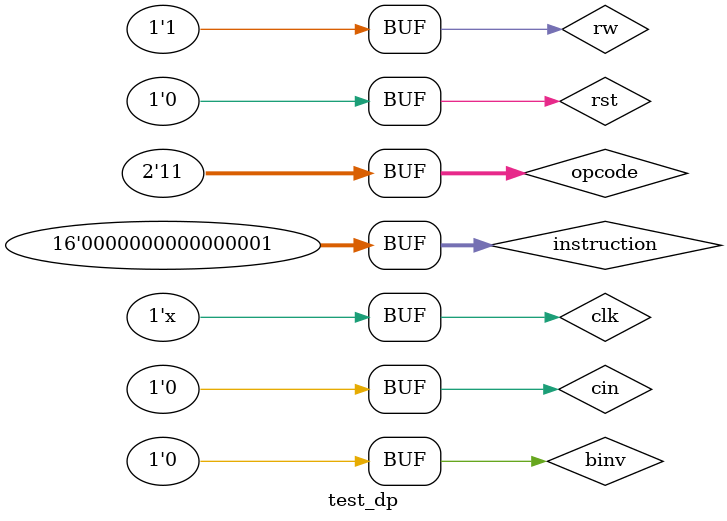
<source format=v>
module mux4_2
(
	input [1:0]s,
	input a,b,c,d,
	output out
);
	assign out = (s==0)?a:(s==1)?b:(s==2)?c:d;
endmodule

module mux2_1
(
	input s,
	input a,b,
	output out
);
	assign out = (s==0)?a:b;
endmodule

module fa
(
	input a,b, cin,
	output s,cout
);
	assign {cout,s} = a+b+cin;
endmodule

module alu1b
(
	input a,b,binv,cin,
	input [1:0]op,
	input less,
	output s,cout
);
	wire w1,w2,w3,w4,w5;
	not b1(w1,b);
	mux2_1 i(binv,a,w1,w2);
	fa j(a,w2,binv,w3,cout);
	and a1(w4,a,b);
	or o1(w5,a,b);
	mux4_2 k(op,w4,w5,w3,less,s);
endmodule

module alu_msb
(
	input a,b,binv,cin,
	input [1:0]op,
	input less,
	output out,cout,
	output set
);
	wire w6,w1,w2,w3,w4,w5;
	not b1(w1,b);
	mux2_1 i1(binv,b,w1,w2);
	fa j1(a,w2,cin,set,cout);
	and a11(w4,a,b);
	or o11(w5,a,b);
	mux4_2 k1(op,w4,w5,set,less,out);
endmodule	

module alu4b
(
	input [3:0]a,
	input [3:0]b,
	input binv,cin,
	input [1:0]operation,
	output [3:0]res,
	output cout
);
	wire w1,w2,w3,w4,w5;
	assign w5=0;
	alu1b obj1 (a[0],b[0],binv,cin,operation,w4,res[0],w1);
	alu1b obj2 (a[1],b[1],binv,w1,operation,w5,res[1],w2);
	alu1b obj3 (a[2],b[2],binv,w2,operation,w5,res[2],w3);
	alu_msb obj (a[3],b[3],binv,w3,operation,w5,res[3],cout,w4);
endmodule


module pc 
(
	input clk,rst,
	output reg [3:0]out
);
	always @(posedge clk)
	begin
	if (rst == 1)
		out <= 0;
	else
		out <= out + 1;
	end
endmodule

module reg_file(
		input [1:0]read_reg1,read_reg2,
		input [1:0]write_reg,
		input [3:0]write_data,
		input rw,
		input rst,clk,
			
		output reg [3:0]data_out1,data_out2);
reg [3:0]register[3:0];
always@(posedge clk)
begin
	if(rst)
	begin
		register[0]<=2;
		register[1]<=3;
		register[2]<=4;
		register[3]<=5;
	end
	else
	begin
		if(rw==0)
		begin
			register[write_reg]<=write_data;
		end
		else
		begin
			data_out1<=register[read_reg1];
			data_out2<=register[read_reg2];
		end
	end
end
endmodule

module datapath
(
	input clk,rst,rw,
	input [1:0]opcode,
	input binv,cin,
	input [15:0]instruction,
	output [3:0]data_address,
	output [3:0]address
);
	wire [3:0]w1,w2,w3;
	wire w4;
	assign w4=0;
	pc obj (clk,rst,address);
	reg_file obj1 (instruction[1:0],instruction[3:2],instruction[5:4],w3,rw,rst,clk,w1,w2);
	alu4b obj2 (w1,w2,binv,cin,opcode,w3,w4);
endmodule

module test_dp ();

	reg clk,rst,rw;
	reg [1:0]opcode;
	reg binv,cin;
	reg [15:0]instruction;
	wire [3:0]data_address;
	wire [3:0]address;
	
datapath obj (clk,rst,rw,opcode,binv,cin,instruction,data_address,address);
always
#3 clk =	~clk;

initial begin
rst=1; clk=0;
#3 rst =0;
#10 instruction=0;	opcode=0; binv=0; cin=0;rw=1;
#10 instruction=1;rw=1;
#10 opcode=1;
#10 opcode=2;
#10 opcode=3;
end
endmodule


</source>
